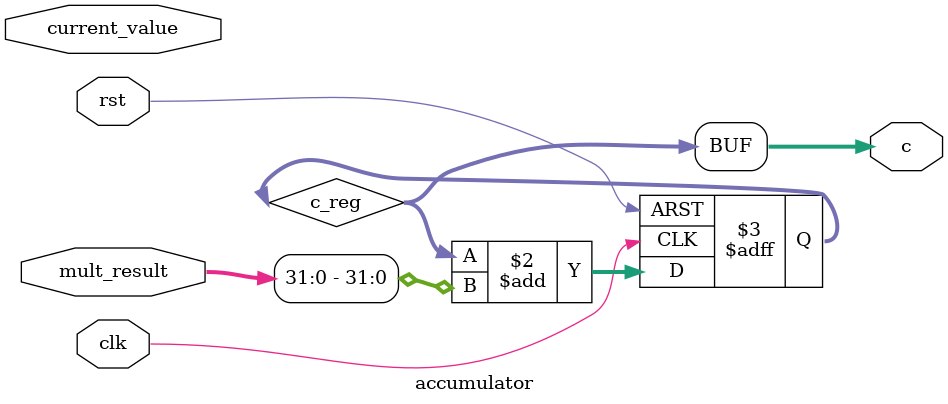
<source format=v>
module pe(
    input clk,
    input rst,
    input [31:0] a,
    input [31:0] b,

    output [31:0] c
);
wire [63:0] mult_result;
    wire [31:0] current_value;

    
    multiplier u_multiplier (
        .clk(clk),
        .rst(rst),
        .a(a),
        .b(b),
        .mult_result(mult_result)
    );

    
    accumulator u_accumulator (
        .clk(clk),
        .rst(rst),
        .current_value(current_value),
        .mult_result(mult_result)
    );

    
    assign c = current_value;

endmodule


module multiplier(
    input clk,
    input rst,
    input [31:0] a,
    input [31:0] b,
    output [63:0] mult_result
);

    reg [63:0] mult_result_reg;

    always @(posedge clk or posedge rst) begin
        if (rst) begin
            mult_result_reg <= 0;
        end else begin
            mult_result_reg <= a * b;
        end
    end

    assign mult_result = mult_result_reg;

endmodule


module accumulator(
    input clk,
    input rst,
    input [31:0] current_value,
    input [63:0] mult_result,
    output [31:0] c
);

    reg [31:0] c_reg;

    always @(posedge clk or posedge rst) begin
        if (rst) begin
            c_reg <= 0;
        end else begin
            c_reg <= c_reg + mult_result[31:0];
        end
    end

    assign c = c_reg;

endmodule
</source>
